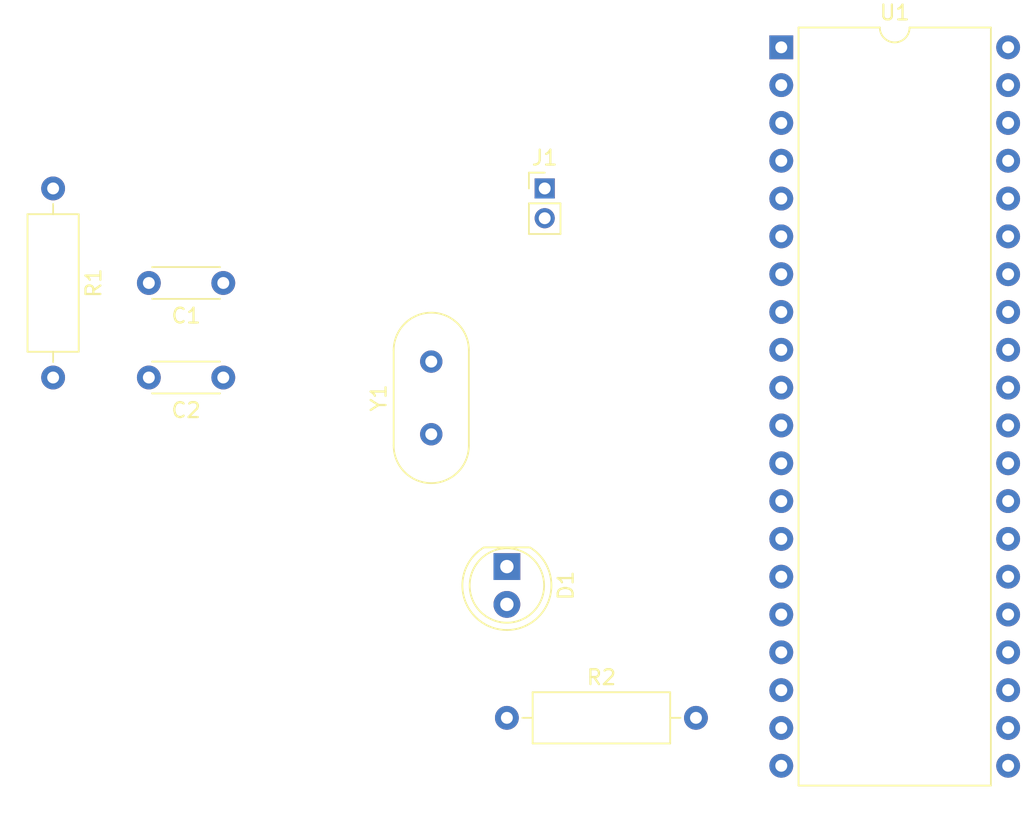
<source format=kicad_pcb>
(kicad_pcb (version 20171130) (host pcbnew 5.1.6)

  (general
    (thickness 1.6)
    (drawings 0)
    (tracks 0)
    (zones 0)
    (modules 8)
    (nets 38)
  )

  (page A4)
  (layers
    (0 F.Cu signal)
    (31 B.Cu signal)
    (32 B.Adhes user)
    (33 F.Adhes user)
    (34 B.Paste user)
    (35 F.Paste user)
    (36 B.SilkS user)
    (37 F.SilkS user)
    (38 B.Mask user)
    (39 F.Mask user)
    (40 Dwgs.User user)
    (41 Cmts.User user)
    (42 Eco1.User user)
    (43 Eco2.User user)
    (44 Edge.Cuts user)
    (45 Margin user)
    (46 B.CrtYd user)
    (47 F.CrtYd user)
    (48 B.Fab user)
    (49 F.Fab user)
  )

  (setup
    (last_trace_width 0.25)
    (trace_clearance 0.2)
    (zone_clearance 0.508)
    (zone_45_only no)
    (trace_min 0.2)
    (via_size 0.8)
    (via_drill 0.4)
    (via_min_size 0.4)
    (via_min_drill 0.3)
    (uvia_size 0.3)
    (uvia_drill 0.1)
    (uvias_allowed no)
    (uvia_min_size 0.2)
    (uvia_min_drill 0.1)
    (edge_width 0.05)
    (segment_width 0.2)
    (pcb_text_width 0.3)
    (pcb_text_size 1.5 1.5)
    (mod_edge_width 0.12)
    (mod_text_size 1 1)
    (mod_text_width 0.15)
    (pad_size 1.524 1.524)
    (pad_drill 0.762)
    (pad_to_mask_clearance 0.05)
    (aux_axis_origin 0 0)
    (visible_elements FFFFFF7F)
    (pcbplotparams
      (layerselection 0x010fc_ffffffff)
      (usegerberextensions false)
      (usegerberattributes true)
      (usegerberadvancedattributes true)
      (creategerberjobfile true)
      (excludeedgelayer true)
      (linewidth 0.100000)
      (plotframeref false)
      (viasonmask false)
      (mode 1)
      (useauxorigin false)
      (hpglpennumber 1)
      (hpglpenspeed 20)
      (hpglpendiameter 15.000000)
      (psnegative false)
      (psa4output false)
      (plotreference true)
      (plotvalue true)
      (plotinvisibletext false)
      (padsonsilk false)
      (subtractmaskfromsilk false)
      (outputformat 1)
      (mirror false)
      (drillshape 1)
      (scaleselection 1)
      (outputdirectory ""))
  )

  (net 0 "")
  (net 1 GND)
  (net 2 "Net-(C1-Pad1)")
  (net 3 "Net-(C2-Pad1)")
  (net 4 "Net-(D1-Pad2)")
  (net 5 +5V)
  (net 6 "Net-(R2-Pad2)")
  (net 7 "Net-(U1-Pad40)")
  (net 8 "Net-(U1-Pad20)")
  (net 9 "Net-(U1-Pad39)")
  (net 10 "Net-(U1-Pad38)")
  (net 11 "Net-(U1-Pad18)")
  (net 12 "Net-(U1-Pad37)")
  (net 13 "Net-(U1-Pad17)")
  (net 14 "Net-(U1-Pad36)")
  (net 15 "Net-(U1-Pad16)")
  (net 16 "Net-(U1-Pad35)")
  (net 17 "Net-(U1-Pad15)")
  (net 18 "Net-(U1-Pad34)")
  (net 19 "Net-(U1-Pad14)")
  (net 20 "Net-(U1-Pad33)")
  (net 21 "Net-(U1-Pad29)")
  (net 22 "Net-(U1-Pad28)")
  (net 23 "Net-(U1-Pad8)")
  (net 24 "Net-(U1-Pad27)")
  (net 25 "Net-(U1-Pad7)")
  (net 26 "Net-(U1-Pad26)")
  (net 27 "Net-(U1-Pad6)")
  (net 28 "Net-(U1-Pad25)")
  (net 29 "Net-(U1-Pad5)")
  (net 30 "Net-(U1-Pad24)")
  (net 31 "Net-(U1-Pad4)")
  (net 32 "Net-(U1-Pad23)")
  (net 33 "Net-(U1-Pad3)")
  (net 34 "Net-(U1-Pad22)")
  (net 35 "Net-(U1-Pad2)")
  (net 36 "Net-(U1-Pad21)")
  (net 37 "Net-(U1-Pad1)")

  (net_class Default "This is the default net class."
    (clearance 0.2)
    (trace_width 0.25)
    (via_dia 0.8)
    (via_drill 0.4)
    (uvia_dia 0.3)
    (uvia_drill 0.1)
    (add_net +5V)
    (add_net GND)
    (add_net "Net-(C1-Pad1)")
    (add_net "Net-(C2-Pad1)")
    (add_net "Net-(D1-Pad2)")
    (add_net "Net-(R2-Pad2)")
    (add_net "Net-(U1-Pad1)")
    (add_net "Net-(U1-Pad14)")
    (add_net "Net-(U1-Pad15)")
    (add_net "Net-(U1-Pad16)")
    (add_net "Net-(U1-Pad17)")
    (add_net "Net-(U1-Pad18)")
    (add_net "Net-(U1-Pad2)")
    (add_net "Net-(U1-Pad20)")
    (add_net "Net-(U1-Pad21)")
    (add_net "Net-(U1-Pad22)")
    (add_net "Net-(U1-Pad23)")
    (add_net "Net-(U1-Pad24)")
    (add_net "Net-(U1-Pad25)")
    (add_net "Net-(U1-Pad26)")
    (add_net "Net-(U1-Pad27)")
    (add_net "Net-(U1-Pad28)")
    (add_net "Net-(U1-Pad29)")
    (add_net "Net-(U1-Pad3)")
    (add_net "Net-(U1-Pad33)")
    (add_net "Net-(U1-Pad34)")
    (add_net "Net-(U1-Pad35)")
    (add_net "Net-(U1-Pad36)")
    (add_net "Net-(U1-Pad37)")
    (add_net "Net-(U1-Pad38)")
    (add_net "Net-(U1-Pad39)")
    (add_net "Net-(U1-Pad4)")
    (add_net "Net-(U1-Pad40)")
    (add_net "Net-(U1-Pad5)")
    (add_net "Net-(U1-Pad6)")
    (add_net "Net-(U1-Pad7)")
    (add_net "Net-(U1-Pad8)")
  )

  (module Crystal:Crystal_HC49-4H_Vertical (layer F.Cu) (tedit 5A1AD3B7) (tstamp 5F688CA5)
    (at 128.27 95.25 90)
    (descr "Crystal THT HC-49-4H http://5hertz.com/pdfs/04404_D.pdf")
    (tags "THT crystalHC-49-4H")
    (path /5F68DC39)
    (fp_text reference Y1 (at 2.44 -3.525 90) (layer F.SilkS)
      (effects (font (size 1 1) (thickness 0.15)))
    )
    (fp_text value 8mhz (at 2.44 3.525 90) (layer F.Fab)
      (effects (font (size 1 1) (thickness 0.15)))
    )
    (fp_line (start 8.5 -2.8) (end -3.6 -2.8) (layer F.CrtYd) (width 0.05))
    (fp_line (start 8.5 2.8) (end 8.5 -2.8) (layer F.CrtYd) (width 0.05))
    (fp_line (start -3.6 2.8) (end 8.5 2.8) (layer F.CrtYd) (width 0.05))
    (fp_line (start -3.6 -2.8) (end -3.6 2.8) (layer F.CrtYd) (width 0.05))
    (fp_line (start -0.76 2.525) (end 5.64 2.525) (layer F.SilkS) (width 0.12))
    (fp_line (start -0.76 -2.525) (end 5.64 -2.525) (layer F.SilkS) (width 0.12))
    (fp_line (start -0.56 2) (end 5.44 2) (layer F.Fab) (width 0.1))
    (fp_line (start -0.56 -2) (end 5.44 -2) (layer F.Fab) (width 0.1))
    (fp_line (start -0.76 2.325) (end 5.64 2.325) (layer F.Fab) (width 0.1))
    (fp_line (start -0.76 -2.325) (end 5.64 -2.325) (layer F.Fab) (width 0.1))
    (fp_arc (start 5.64 0) (end 5.64 -2.525) (angle 180) (layer F.SilkS) (width 0.12))
    (fp_arc (start -0.76 0) (end -0.76 -2.525) (angle -180) (layer F.SilkS) (width 0.12))
    (fp_arc (start 5.44 0) (end 5.44 -2) (angle 180) (layer F.Fab) (width 0.1))
    (fp_arc (start -0.56 0) (end -0.56 -2) (angle -180) (layer F.Fab) (width 0.1))
    (fp_arc (start 5.64 0) (end 5.64 -2.325) (angle 180) (layer F.Fab) (width 0.1))
    (fp_arc (start -0.76 0) (end -0.76 -2.325) (angle -180) (layer F.Fab) (width 0.1))
    (fp_text user %R (at 2.44 0 90) (layer F.Fab)
      (effects (font (size 1 1) (thickness 0.15)))
    )
    (pad 2 thru_hole circle (at 4.88 0 90) (size 1.5 1.5) (drill 0.8) (layers *.Cu *.Mask)
      (net 3 "Net-(C2-Pad1)"))
    (pad 1 thru_hole circle (at 0 0 90) (size 1.5 1.5) (drill 0.8) (layers *.Cu *.Mask)
      (net 2 "Net-(C1-Pad1)"))
    (model ${KISYS3DMOD}/Crystal.3dshapes/Crystal_HC49-4H_Vertical.wrl
      (at (xyz 0 0 0))
      (scale (xyz 1 1 1))
      (rotate (xyz 0 0 0))
    )
  )

  (module Package_DIP:DIP-40_W15.24mm (layer F.Cu) (tedit 5A02E8C5) (tstamp 5F688C8E)
    (at 151.78 69.26)
    (descr "40-lead though-hole mounted DIP package, row spacing 15.24 mm (600 mils)")
    (tags "THT DIP DIL PDIP 2.54mm 15.24mm 600mil")
    (path /5F689DE7)
    (fp_text reference U1 (at 7.62 -2.33) (layer F.SilkS)
      (effects (font (size 1 1) (thickness 0.15)))
    )
    (fp_text value ATmega32A-PU (at 7.62 50.59) (layer F.Fab)
      (effects (font (size 1 1) (thickness 0.15)))
    )
    (fp_line (start 16.3 -1.55) (end -1.05 -1.55) (layer F.CrtYd) (width 0.05))
    (fp_line (start 16.3 49.8) (end 16.3 -1.55) (layer F.CrtYd) (width 0.05))
    (fp_line (start -1.05 49.8) (end 16.3 49.8) (layer F.CrtYd) (width 0.05))
    (fp_line (start -1.05 -1.55) (end -1.05 49.8) (layer F.CrtYd) (width 0.05))
    (fp_line (start 14.08 -1.33) (end 8.62 -1.33) (layer F.SilkS) (width 0.12))
    (fp_line (start 14.08 49.59) (end 14.08 -1.33) (layer F.SilkS) (width 0.12))
    (fp_line (start 1.16 49.59) (end 14.08 49.59) (layer F.SilkS) (width 0.12))
    (fp_line (start 1.16 -1.33) (end 1.16 49.59) (layer F.SilkS) (width 0.12))
    (fp_line (start 6.62 -1.33) (end 1.16 -1.33) (layer F.SilkS) (width 0.12))
    (fp_line (start 0.255 -0.27) (end 1.255 -1.27) (layer F.Fab) (width 0.1))
    (fp_line (start 0.255 49.53) (end 0.255 -0.27) (layer F.Fab) (width 0.1))
    (fp_line (start 14.985 49.53) (end 0.255 49.53) (layer F.Fab) (width 0.1))
    (fp_line (start 14.985 -1.27) (end 14.985 49.53) (layer F.Fab) (width 0.1))
    (fp_line (start 1.255 -1.27) (end 14.985 -1.27) (layer F.Fab) (width 0.1))
    (fp_text user %R (at 7.62 24.13) (layer F.Fab)
      (effects (font (size 1 1) (thickness 0.15)))
    )
    (fp_arc (start 7.62 -1.33) (end 6.62 -1.33) (angle -180) (layer F.SilkS) (width 0.12))
    (pad 40 thru_hole oval (at 15.24 0) (size 1.6 1.6) (drill 0.8) (layers *.Cu *.Mask)
      (net 7 "Net-(U1-Pad40)"))
    (pad 20 thru_hole oval (at 0 48.26) (size 1.6 1.6) (drill 0.8) (layers *.Cu *.Mask)
      (net 8 "Net-(U1-Pad20)"))
    (pad 39 thru_hole oval (at 15.24 2.54) (size 1.6 1.6) (drill 0.8) (layers *.Cu *.Mask)
      (net 9 "Net-(U1-Pad39)"))
    (pad 19 thru_hole oval (at 0 45.72) (size 1.6 1.6) (drill 0.8) (layers *.Cu *.Mask)
      (net 6 "Net-(R2-Pad2)"))
    (pad 38 thru_hole oval (at 15.24 5.08) (size 1.6 1.6) (drill 0.8) (layers *.Cu *.Mask)
      (net 10 "Net-(U1-Pad38)"))
    (pad 18 thru_hole oval (at 0 43.18) (size 1.6 1.6) (drill 0.8) (layers *.Cu *.Mask)
      (net 11 "Net-(U1-Pad18)"))
    (pad 37 thru_hole oval (at 15.24 7.62) (size 1.6 1.6) (drill 0.8) (layers *.Cu *.Mask)
      (net 12 "Net-(U1-Pad37)"))
    (pad 17 thru_hole oval (at 0 40.64) (size 1.6 1.6) (drill 0.8) (layers *.Cu *.Mask)
      (net 13 "Net-(U1-Pad17)"))
    (pad 36 thru_hole oval (at 15.24 10.16) (size 1.6 1.6) (drill 0.8) (layers *.Cu *.Mask)
      (net 14 "Net-(U1-Pad36)"))
    (pad 16 thru_hole oval (at 0 38.1) (size 1.6 1.6) (drill 0.8) (layers *.Cu *.Mask)
      (net 15 "Net-(U1-Pad16)"))
    (pad 35 thru_hole oval (at 15.24 12.7) (size 1.6 1.6) (drill 0.8) (layers *.Cu *.Mask)
      (net 16 "Net-(U1-Pad35)"))
    (pad 15 thru_hole oval (at 0 35.56) (size 1.6 1.6) (drill 0.8) (layers *.Cu *.Mask)
      (net 17 "Net-(U1-Pad15)"))
    (pad 34 thru_hole oval (at 15.24 15.24) (size 1.6 1.6) (drill 0.8) (layers *.Cu *.Mask)
      (net 18 "Net-(U1-Pad34)"))
    (pad 14 thru_hole oval (at 0 33.02) (size 1.6 1.6) (drill 0.8) (layers *.Cu *.Mask)
      (net 19 "Net-(U1-Pad14)"))
    (pad 33 thru_hole oval (at 15.24 17.78) (size 1.6 1.6) (drill 0.8) (layers *.Cu *.Mask)
      (net 20 "Net-(U1-Pad33)"))
    (pad 13 thru_hole oval (at 0 30.48) (size 1.6 1.6) (drill 0.8) (layers *.Cu *.Mask)
      (net 2 "Net-(C1-Pad1)"))
    (pad 32 thru_hole oval (at 15.24 20.32) (size 1.6 1.6) (drill 0.8) (layers *.Cu *.Mask)
      (net 5 +5V))
    (pad 12 thru_hole oval (at 0 27.94) (size 1.6 1.6) (drill 0.8) (layers *.Cu *.Mask)
      (net 3 "Net-(C2-Pad1)"))
    (pad 31 thru_hole oval (at 15.24 22.86) (size 1.6 1.6) (drill 0.8) (layers *.Cu *.Mask)
      (net 1 GND))
    (pad 11 thru_hole oval (at 0 25.4) (size 1.6 1.6) (drill 0.8) (layers *.Cu *.Mask)
      (net 1 GND))
    (pad 30 thru_hole oval (at 15.24 25.4) (size 1.6 1.6) (drill 0.8) (layers *.Cu *.Mask)
      (net 5 +5V))
    (pad 10 thru_hole oval (at 0 22.86) (size 1.6 1.6) (drill 0.8) (layers *.Cu *.Mask)
      (net 5 +5V))
    (pad 29 thru_hole oval (at 15.24 27.94) (size 1.6 1.6) (drill 0.8) (layers *.Cu *.Mask)
      (net 21 "Net-(U1-Pad29)"))
    (pad 9 thru_hole oval (at 0 20.32) (size 1.6 1.6) (drill 0.8) (layers *.Cu *.Mask)
      (net 1 GND))
    (pad 28 thru_hole oval (at 15.24 30.48) (size 1.6 1.6) (drill 0.8) (layers *.Cu *.Mask)
      (net 22 "Net-(U1-Pad28)"))
    (pad 8 thru_hole oval (at 0 17.78) (size 1.6 1.6) (drill 0.8) (layers *.Cu *.Mask)
      (net 23 "Net-(U1-Pad8)"))
    (pad 27 thru_hole oval (at 15.24 33.02) (size 1.6 1.6) (drill 0.8) (layers *.Cu *.Mask)
      (net 24 "Net-(U1-Pad27)"))
    (pad 7 thru_hole oval (at 0 15.24) (size 1.6 1.6) (drill 0.8) (layers *.Cu *.Mask)
      (net 25 "Net-(U1-Pad7)"))
    (pad 26 thru_hole oval (at 15.24 35.56) (size 1.6 1.6) (drill 0.8) (layers *.Cu *.Mask)
      (net 26 "Net-(U1-Pad26)"))
    (pad 6 thru_hole oval (at 0 12.7) (size 1.6 1.6) (drill 0.8) (layers *.Cu *.Mask)
      (net 27 "Net-(U1-Pad6)"))
    (pad 25 thru_hole oval (at 15.24 38.1) (size 1.6 1.6) (drill 0.8) (layers *.Cu *.Mask)
      (net 28 "Net-(U1-Pad25)"))
    (pad 5 thru_hole oval (at 0 10.16) (size 1.6 1.6) (drill 0.8) (layers *.Cu *.Mask)
      (net 29 "Net-(U1-Pad5)"))
    (pad 24 thru_hole oval (at 15.24 40.64) (size 1.6 1.6) (drill 0.8) (layers *.Cu *.Mask)
      (net 30 "Net-(U1-Pad24)"))
    (pad 4 thru_hole oval (at 0 7.62) (size 1.6 1.6) (drill 0.8) (layers *.Cu *.Mask)
      (net 31 "Net-(U1-Pad4)"))
    (pad 23 thru_hole oval (at 15.24 43.18) (size 1.6 1.6) (drill 0.8) (layers *.Cu *.Mask)
      (net 32 "Net-(U1-Pad23)"))
    (pad 3 thru_hole oval (at 0 5.08) (size 1.6 1.6) (drill 0.8) (layers *.Cu *.Mask)
      (net 33 "Net-(U1-Pad3)"))
    (pad 22 thru_hole oval (at 15.24 45.72) (size 1.6 1.6) (drill 0.8) (layers *.Cu *.Mask)
      (net 34 "Net-(U1-Pad22)"))
    (pad 2 thru_hole oval (at 0 2.54) (size 1.6 1.6) (drill 0.8) (layers *.Cu *.Mask)
      (net 35 "Net-(U1-Pad2)"))
    (pad 21 thru_hole oval (at 15.24 48.26) (size 1.6 1.6) (drill 0.8) (layers *.Cu *.Mask)
      (net 36 "Net-(U1-Pad21)"))
    (pad 1 thru_hole rect (at 0 0) (size 1.6 1.6) (drill 0.8) (layers *.Cu *.Mask)
      (net 37 "Net-(U1-Pad1)"))
    (model ${KISYS3DMOD}/Package_DIP.3dshapes/DIP-40_W15.24mm.wrl
      (at (xyz 0 0 0))
      (scale (xyz 1 1 1))
      (rotate (xyz 0 0 0))
    )
  )

  (module Resistor_THT:R_Axial_DIN0309_L9.0mm_D3.2mm_P12.70mm_Horizontal (layer F.Cu) (tedit 5AE5139B) (tstamp 5F689214)
    (at 133.35 114.3)
    (descr "Resistor, Axial_DIN0309 series, Axial, Horizontal, pin pitch=12.7mm, 0.5W = 1/2W, length*diameter=9*3.2mm^2, http://cdn-reichelt.de/documents/datenblatt/B400/1_4W%23YAG.pdf")
    (tags "Resistor Axial_DIN0309 series Axial Horizontal pin pitch 12.7mm 0.5W = 1/2W length 9mm diameter 3.2mm")
    (path /5F68EBD7)
    (fp_text reference R2 (at 6.35 -2.72) (layer F.SilkS)
      (effects (font (size 1 1) (thickness 0.15)))
    )
    (fp_text value 330 (at 6.35 2.72) (layer F.Fab)
      (effects (font (size 1 1) (thickness 0.15)))
    )
    (fp_line (start 13.75 -1.85) (end -1.05 -1.85) (layer F.CrtYd) (width 0.05))
    (fp_line (start 13.75 1.85) (end 13.75 -1.85) (layer F.CrtYd) (width 0.05))
    (fp_line (start -1.05 1.85) (end 13.75 1.85) (layer F.CrtYd) (width 0.05))
    (fp_line (start -1.05 -1.85) (end -1.05 1.85) (layer F.CrtYd) (width 0.05))
    (fp_line (start 11.66 0) (end 10.97 0) (layer F.SilkS) (width 0.12))
    (fp_line (start 1.04 0) (end 1.73 0) (layer F.SilkS) (width 0.12))
    (fp_line (start 10.97 -1.72) (end 1.73 -1.72) (layer F.SilkS) (width 0.12))
    (fp_line (start 10.97 1.72) (end 10.97 -1.72) (layer F.SilkS) (width 0.12))
    (fp_line (start 1.73 1.72) (end 10.97 1.72) (layer F.SilkS) (width 0.12))
    (fp_line (start 1.73 -1.72) (end 1.73 1.72) (layer F.SilkS) (width 0.12))
    (fp_line (start 12.7 0) (end 10.85 0) (layer F.Fab) (width 0.1))
    (fp_line (start 0 0) (end 1.85 0) (layer F.Fab) (width 0.1))
    (fp_line (start 10.85 -1.6) (end 1.85 -1.6) (layer F.Fab) (width 0.1))
    (fp_line (start 10.85 1.6) (end 10.85 -1.6) (layer F.Fab) (width 0.1))
    (fp_line (start 1.85 1.6) (end 10.85 1.6) (layer F.Fab) (width 0.1))
    (fp_line (start 1.85 -1.6) (end 1.85 1.6) (layer F.Fab) (width 0.1))
    (fp_text user %R (at 6.35 0) (layer F.Fab)
      (effects (font (size 1 1) (thickness 0.15)))
    )
    (pad 2 thru_hole oval (at 12.7 0) (size 1.6 1.6) (drill 0.8) (layers *.Cu *.Mask)
      (net 6 "Net-(R2-Pad2)"))
    (pad 1 thru_hole circle (at 0 0) (size 1.6 1.6) (drill 0.8) (layers *.Cu *.Mask)
      (net 4 "Net-(D1-Pad2)"))
    (model ${KISYS3DMOD}/Resistor_THT.3dshapes/R_Axial_DIN0309_L9.0mm_D3.2mm_P12.70mm_Horizontal.wrl
      (at (xyz 0 0 0))
      (scale (xyz 1 1 1))
      (rotate (xyz 0 0 0))
    )
  )

  (module Resistor_THT:R_Axial_DIN0309_L9.0mm_D3.2mm_P12.70mm_Horizontal (layer F.Cu) (tedit 5AE5139B) (tstamp 5F689137)
    (at 102.87 78.74 270)
    (descr "Resistor, Axial_DIN0309 series, Axial, Horizontal, pin pitch=12.7mm, 0.5W = 1/2W, length*diameter=9*3.2mm^2, http://cdn-reichelt.de/documents/datenblatt/B400/1_4W%23YAG.pdf")
    (tags "Resistor Axial_DIN0309 series Axial Horizontal pin pitch 12.7mm 0.5W = 1/2W length 9mm diameter 3.2mm")
    (path /5F68F592)
    (fp_text reference R1 (at 6.35 -2.72 90) (layer F.SilkS)
      (effects (font (size 1 1) (thickness 0.15)))
    )
    (fp_text value 10k (at 6.35 2.72 90) (layer F.Fab)
      (effects (font (size 1 1) (thickness 0.15)))
    )
    (fp_line (start 13.75 -1.85) (end -1.05 -1.85) (layer F.CrtYd) (width 0.05))
    (fp_line (start 13.75 1.85) (end 13.75 -1.85) (layer F.CrtYd) (width 0.05))
    (fp_line (start -1.05 1.85) (end 13.75 1.85) (layer F.CrtYd) (width 0.05))
    (fp_line (start -1.05 -1.85) (end -1.05 1.85) (layer F.CrtYd) (width 0.05))
    (fp_line (start 11.66 0) (end 10.97 0) (layer F.SilkS) (width 0.12))
    (fp_line (start 1.04 0) (end 1.73 0) (layer F.SilkS) (width 0.12))
    (fp_line (start 10.97 -1.72) (end 1.73 -1.72) (layer F.SilkS) (width 0.12))
    (fp_line (start 10.97 1.72) (end 10.97 -1.72) (layer F.SilkS) (width 0.12))
    (fp_line (start 1.73 1.72) (end 10.97 1.72) (layer F.SilkS) (width 0.12))
    (fp_line (start 1.73 -1.72) (end 1.73 1.72) (layer F.SilkS) (width 0.12))
    (fp_line (start 12.7 0) (end 10.85 0) (layer F.Fab) (width 0.1))
    (fp_line (start 0 0) (end 1.85 0) (layer F.Fab) (width 0.1))
    (fp_line (start 10.85 -1.6) (end 1.85 -1.6) (layer F.Fab) (width 0.1))
    (fp_line (start 10.85 1.6) (end 10.85 -1.6) (layer F.Fab) (width 0.1))
    (fp_line (start 1.85 1.6) (end 10.85 1.6) (layer F.Fab) (width 0.1))
    (fp_line (start 1.85 -1.6) (end 1.85 1.6) (layer F.Fab) (width 0.1))
    (fp_text user %R (at 6.35 0 90) (layer F.Fab)
      (effects (font (size 1 1) (thickness 0.15)))
    )
    (pad 2 thru_hole oval (at 12.7 0 270) (size 1.6 1.6) (drill 0.8) (layers *.Cu *.Mask)
      (net 1 GND))
    (pad 1 thru_hole circle (at 0 0 270) (size 1.6 1.6) (drill 0.8) (layers *.Cu *.Mask)
      (net 5 +5V))
    (model ${KISYS3DMOD}/Resistor_THT.3dshapes/R_Axial_DIN0309_L9.0mm_D3.2mm_P12.70mm_Horizontal.wrl
      (at (xyz 0 0 0))
      (scale (xyz 1 1 1))
      (rotate (xyz 0 0 0))
    )
  )

  (module Connector_PinHeader_2.00mm:PinHeader_1x02_P2.00mm_Vertical (layer F.Cu) (tedit 59FED667) (tstamp 5F688DB3)
    (at 135.89 78.74)
    (descr "Through hole straight pin header, 1x02, 2.00mm pitch, single row")
    (tags "Through hole pin header THT 1x02 2.00mm single row")
    (path /5F6D46F6)
    (fp_text reference J1 (at 0 -2.06) (layer F.SilkS)
      (effects (font (size 1 1) (thickness 0.15)))
    )
    (fp_text value entrada (at 0 4.06) (layer F.Fab)
      (effects (font (size 1 1) (thickness 0.15)))
    )
    (fp_line (start 1.5 -1.5) (end -1.5 -1.5) (layer F.CrtYd) (width 0.05))
    (fp_line (start 1.5 3.5) (end 1.5 -1.5) (layer F.CrtYd) (width 0.05))
    (fp_line (start -1.5 3.5) (end 1.5 3.5) (layer F.CrtYd) (width 0.05))
    (fp_line (start -1.5 -1.5) (end -1.5 3.5) (layer F.CrtYd) (width 0.05))
    (fp_line (start -1.06 -1.06) (end 0 -1.06) (layer F.SilkS) (width 0.12))
    (fp_line (start -1.06 0) (end -1.06 -1.06) (layer F.SilkS) (width 0.12))
    (fp_line (start -1.06 1) (end 1.06 1) (layer F.SilkS) (width 0.12))
    (fp_line (start 1.06 1) (end 1.06 3.06) (layer F.SilkS) (width 0.12))
    (fp_line (start -1.06 1) (end -1.06 3.06) (layer F.SilkS) (width 0.12))
    (fp_line (start -1.06 3.06) (end 1.06 3.06) (layer F.SilkS) (width 0.12))
    (fp_line (start -1 -0.5) (end -0.5 -1) (layer F.Fab) (width 0.1))
    (fp_line (start -1 3) (end -1 -0.5) (layer F.Fab) (width 0.1))
    (fp_line (start 1 3) (end -1 3) (layer F.Fab) (width 0.1))
    (fp_line (start 1 -1) (end 1 3) (layer F.Fab) (width 0.1))
    (fp_line (start -0.5 -1) (end 1 -1) (layer F.Fab) (width 0.1))
    (fp_text user %R (at 0 1 90) (layer F.Fab)
      (effects (font (size 1 1) (thickness 0.15)))
    )
    (pad 2 thru_hole oval (at 0 2) (size 1.35 1.35) (drill 0.8) (layers *.Cu *.Mask)
      (net 5 +5V))
    (pad 1 thru_hole rect (at 0 0) (size 1.35 1.35) (drill 0.8) (layers *.Cu *.Mask)
      (net 1 GND))
    (model ${KISYS3DMOD}/Connector_PinHeader_2.00mm.3dshapes/PinHeader_1x02_P2.00mm_Vertical.wrl
      (at (xyz 0 0 0))
      (scale (xyz 1 1 1))
      (rotate (xyz 0 0 0))
    )
  )

  (module LED_THT:LED_D5.0mm_Clear (layer F.Cu) (tedit 5A6C9BC0) (tstamp 5F688C0E)
    (at 133.35 104.14 270)
    (descr "LED, diameter 5.0mm, 2 pins, http://cdn-reichelt.de/documents/datenblatt/A500/LL-504BC2E-009.pdf")
    (tags "LED diameter 5.0mm 2 pins")
    (path /5F6C97BF)
    (fp_text reference D1 (at 1.27 -3.96 90) (layer F.SilkS)
      (effects (font (size 1 1) (thickness 0.15)))
    )
    (fp_text value "LED BLUE" (at 1.27 3.96 90) (layer F.Fab)
      (effects (font (size 1 1) (thickness 0.15)))
    )
    (fp_circle (center 1.27 0) (end 3.77 0) (layer F.SilkS) (width 0.12))
    (fp_circle (center 1.27 0) (end 3.77 0) (layer F.Fab) (width 0.1))
    (fp_line (start 4.5 -3.25) (end -1.95 -3.25) (layer F.CrtYd) (width 0.05))
    (fp_line (start 4.5 3.25) (end 4.5 -3.25) (layer F.CrtYd) (width 0.05))
    (fp_line (start -1.95 3.25) (end 4.5 3.25) (layer F.CrtYd) (width 0.05))
    (fp_line (start -1.95 -3.25) (end -1.95 3.25) (layer F.CrtYd) (width 0.05))
    (fp_line (start -1.29 -1.545) (end -1.29 1.545) (layer F.SilkS) (width 0.12))
    (fp_line (start -1.23 -1.469694) (end -1.23 1.469694) (layer F.Fab) (width 0.1))
    (fp_arc (start 1.27 0) (end -1.29 1.54483) (angle -148.9) (layer F.SilkS) (width 0.12))
    (fp_arc (start 1.27 0) (end -1.29 -1.54483) (angle 148.9) (layer F.SilkS) (width 0.12))
    (fp_arc (start 1.27 0) (end -1.23 -1.469694) (angle 299.1) (layer F.Fab) (width 0.1))
    (fp_text user %R (at 1.25 0 90) (layer F.Fab)
      (effects (font (size 0.8 0.8) (thickness 0.2)))
    )
    (pad 2 thru_hole circle (at 2.54 0 270) (size 1.8 1.8) (drill 0.9) (layers *.Cu *.Mask)
      (net 4 "Net-(D1-Pad2)"))
    (pad 1 thru_hole rect (at 0 0 270) (size 1.8 1.8) (drill 0.9) (layers *.Cu *.Mask)
      (net 1 GND))
    (model ${KISYS3DMOD}/LED_THT.3dshapes/LED_D5.0mm_Clear.wrl
      (at (xyz 0 0 0))
      (scale (xyz 1 1 1))
      (rotate (xyz 0 0 0))
    )
  )

  (module Capacitor_THT:C_Disc_D4.3mm_W1.9mm_P5.00mm (layer F.Cu) (tedit 5AE50EF0) (tstamp 5F688BFC)
    (at 114.3 91.44 180)
    (descr "C, Disc series, Radial, pin pitch=5.00mm, , diameter*width=4.3*1.9mm^2, Capacitor, http://www.vishay.com/docs/45233/krseries.pdf")
    (tags "C Disc series Radial pin pitch 5.00mm  diameter 4.3mm width 1.9mm Capacitor")
    (path /5F693843)
    (fp_text reference C2 (at 2.5 -2.2) (layer F.SilkS)
      (effects (font (size 1 1) (thickness 0.15)))
    )
    (fp_text value 22pf (at 2.5 2.2) (layer F.Fab)
      (effects (font (size 1 1) (thickness 0.15)))
    )
    (fp_line (start 6.05 -1.2) (end -1.05 -1.2) (layer F.CrtYd) (width 0.05))
    (fp_line (start 6.05 1.2) (end 6.05 -1.2) (layer F.CrtYd) (width 0.05))
    (fp_line (start -1.05 1.2) (end 6.05 1.2) (layer F.CrtYd) (width 0.05))
    (fp_line (start -1.05 -1.2) (end -1.05 1.2) (layer F.CrtYd) (width 0.05))
    (fp_line (start 4.77 1.055) (end 4.77 1.07) (layer F.SilkS) (width 0.12))
    (fp_line (start 4.77 -1.07) (end 4.77 -1.055) (layer F.SilkS) (width 0.12))
    (fp_line (start 0.23 1.055) (end 0.23 1.07) (layer F.SilkS) (width 0.12))
    (fp_line (start 0.23 -1.07) (end 0.23 -1.055) (layer F.SilkS) (width 0.12))
    (fp_line (start 0.23 1.07) (end 4.77 1.07) (layer F.SilkS) (width 0.12))
    (fp_line (start 0.23 -1.07) (end 4.77 -1.07) (layer F.SilkS) (width 0.12))
    (fp_line (start 4.65 -0.95) (end 0.35 -0.95) (layer F.Fab) (width 0.1))
    (fp_line (start 4.65 0.95) (end 4.65 -0.95) (layer F.Fab) (width 0.1))
    (fp_line (start 0.35 0.95) (end 4.65 0.95) (layer F.Fab) (width 0.1))
    (fp_line (start 0.35 -0.95) (end 0.35 0.95) (layer F.Fab) (width 0.1))
    (fp_text user %R (at 2.5 0) (layer F.Fab)
      (effects (font (size 0.86 0.86) (thickness 0.129)))
    )
    (pad 2 thru_hole circle (at 5 0 180) (size 1.6 1.6) (drill 0.8) (layers *.Cu *.Mask)
      (net 1 GND))
    (pad 1 thru_hole circle (at 0 0 180) (size 1.6 1.6) (drill 0.8) (layers *.Cu *.Mask)
      (net 3 "Net-(C2-Pad1)"))
    (model ${KISYS3DMOD}/Capacitor_THT.3dshapes/C_Disc_D4.3mm_W1.9mm_P5.00mm.wrl
      (at (xyz 0 0 0))
      (scale (xyz 1 1 1))
      (rotate (xyz 0 0 0))
    )
  )

  (module Capacitor_THT:C_Disc_D4.3mm_W1.9mm_P5.00mm (layer F.Cu) (tedit 5AE50EF0) (tstamp 5F688BE7)
    (at 114.3 85.09 180)
    (descr "C, Disc series, Radial, pin pitch=5.00mm, , diameter*width=4.3*1.9mm^2, Capacitor, http://www.vishay.com/docs/45233/krseries.pdf")
    (tags "C Disc series Radial pin pitch 5.00mm  diameter 4.3mm width 1.9mm Capacitor")
    (path /5F68F0C9)
    (fp_text reference C1 (at 2.5 -2.2) (layer F.SilkS)
      (effects (font (size 1 1) (thickness 0.15)))
    )
    (fp_text value 22pf (at 2.5 2.2) (layer F.Fab)
      (effects (font (size 1 1) (thickness 0.15)))
    )
    (fp_line (start 6.05 -1.2) (end -1.05 -1.2) (layer F.CrtYd) (width 0.05))
    (fp_line (start 6.05 1.2) (end 6.05 -1.2) (layer F.CrtYd) (width 0.05))
    (fp_line (start -1.05 1.2) (end 6.05 1.2) (layer F.CrtYd) (width 0.05))
    (fp_line (start -1.05 -1.2) (end -1.05 1.2) (layer F.CrtYd) (width 0.05))
    (fp_line (start 4.77 1.055) (end 4.77 1.07) (layer F.SilkS) (width 0.12))
    (fp_line (start 4.77 -1.07) (end 4.77 -1.055) (layer F.SilkS) (width 0.12))
    (fp_line (start 0.23 1.055) (end 0.23 1.07) (layer F.SilkS) (width 0.12))
    (fp_line (start 0.23 -1.07) (end 0.23 -1.055) (layer F.SilkS) (width 0.12))
    (fp_line (start 0.23 1.07) (end 4.77 1.07) (layer F.SilkS) (width 0.12))
    (fp_line (start 0.23 -1.07) (end 4.77 -1.07) (layer F.SilkS) (width 0.12))
    (fp_line (start 4.65 -0.95) (end 0.35 -0.95) (layer F.Fab) (width 0.1))
    (fp_line (start 4.65 0.95) (end 4.65 -0.95) (layer F.Fab) (width 0.1))
    (fp_line (start 0.35 0.95) (end 4.65 0.95) (layer F.Fab) (width 0.1))
    (fp_line (start 0.35 -0.95) (end 0.35 0.95) (layer F.Fab) (width 0.1))
    (fp_text user %R (at 2.5 0) (layer F.Fab)
      (effects (font (size 0.86 0.86) (thickness 0.129)))
    )
    (pad 2 thru_hole circle (at 5 0 180) (size 1.6 1.6) (drill 0.8) (layers *.Cu *.Mask)
      (net 1 GND))
    (pad 1 thru_hole circle (at 0 0 180) (size 1.6 1.6) (drill 0.8) (layers *.Cu *.Mask)
      (net 2 "Net-(C1-Pad1)"))
    (model ${KISYS3DMOD}/Capacitor_THT.3dshapes/C_Disc_D4.3mm_W1.9mm_P5.00mm.wrl
      (at (xyz 0 0 0))
      (scale (xyz 1 1 1))
      (rotate (xyz 0 0 0))
    )
  )

)

</source>
